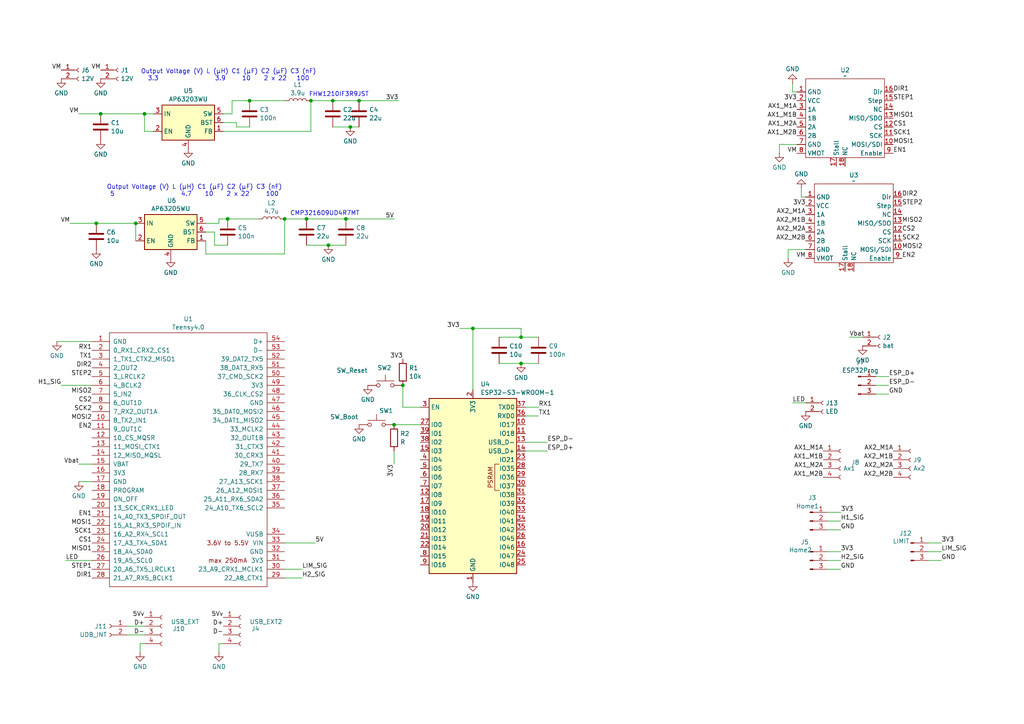
<source format=kicad_sch>
(kicad_sch (version 20231120) (generator "eeschema") (generator_version "8.0")
  (paper "A4")
  (title_block (title "Open Harmony Mount Controller") (date "2025-06-13") (rev "0") (company "gcoreos@gmail.com"))
  (lib_symbols
    (symbol "Connector:Conn_01x02_Socket" (pin_names (offset 1.016) hide)
      (property "Reference" "J" (at 0 2.54 0))
      (property "Value" "Conn_01x02_Socket" (at 0 -5.08 0))
      (symbol "Conn_01x02_Socket_1_1"
        (arc (start 0 -2.032) (mid -0.5058 -2.54) (end 0 -3.048) (stroke (width 0.1524)))
        (polyline (pts (xy -1.27 -2.54) (xy -0.508 -2.54)) (stroke (width 0.1524)))
        (polyline (pts (xy -1.27 0) (xy -0.508 0)) (stroke (width 0.1524)))
        (arc (start 0 0.508) (mid -0.5058 0) (end 0 -0.508) (stroke (width 0.1524)))
        (pin passive line (at -5.08 0 0) (length 3.81) (name "Pin_1") (number "1"))
        (pin passive line (at -5.08 -2.54 0) (length 3.81) (name "Pin_2") (number "2"))
      )
    )
    (symbol "Connector:Conn_01x03_Pin" (pin_names (offset 1.016) hide)
      (property "Reference" "J" (at 0 5.08 0))
      (property "Value" "Conn_01x03_Pin" (at 0 -5.08 0))
      (symbol "Conn_01x03_Pin_1_1"
        (polyline (pts (xy 1.27 -2.54) (xy 0.8636 -2.54)) (stroke (width 0.1524)))
        (polyline (pts (xy 1.27 0) (xy 0.8636 0)) (stroke (width 0.1524)))
        (polyline (pts (xy 1.27 2.54) (xy 0.8636 2.54)) (stroke (width 0.1524)))
        (rectangle (start 0.8636 -2.413) (end 0 -2.667) (stroke (width 0.1524)) (fill (type outline)))
        (rectangle (start 0.8636 0.127) (end 0 -0.127) (stroke (width 0.1524)) (fill (type outline)))
        (rectangle (start 0.8636 2.667) (end 0 2.413) (stroke (width 0.1524)) (fill (type outline)))
        (pin passive line (at 5.08 2.54 180) (length 3.81) (name "Pin_1") (number "1"))
        (pin passive line (at 5.08 0 180) (length 3.81) (name "Pin_2") (number "2"))
        (pin passive line (at 5.08 -2.54 180) (length 3.81) (name "Pin_3") (number "3"))
      )
    )
    (symbol "Connector:Conn_01x04_Socket" (pin_names (offset 1.016) hide)
      (property "Reference" "J" (at 0 5.08 0))
      (property "Value" "Conn_01x04_Socket" (at 0 -7.62 0))
      (symbol "Conn_01x04_Socket_1_1"
        (arc (start 0 -4.572) (mid -0.5058 -5.08) (end 0 -5.588) (stroke (width 0.1524)))
        (arc (start 0 -2.032) (mid -0.5058 -2.54) (end 0 -3.048) (stroke (width 0.1524)))
        (polyline (pts (xy -1.27 -5.08) (xy -0.508 -5.08)) (stroke (width 0.1524)))
        (polyline (pts (xy -1.27 -2.54) (xy -0.508 -2.54)) (stroke (width 0.1524)))
        (polyline (pts (xy -1.27 0) (xy -0.508 0)) (stroke (width 0.1524)))
        (polyline (pts (xy -1.27 2.54) (xy -0.508 2.54)) (stroke (width 0.1524)))
        (arc (start 0 0.508) (mid -0.5058 0) (end 0 -0.508) (stroke (width 0.1524)))
        (arc (start 0 3.048) (mid -0.5058 2.54) (end 0 2.032) (stroke (width 0.1524)))
        (pin passive line (at -5.08 2.54 0) (length 3.81) (name "Pin_1") (number "1"))
        (pin passive line (at -5.08 0 0) (length 3.81) (name "Pin_2") (number "2"))
        (pin passive line (at -5.08 -2.54 0) (length 3.81) (name "Pin_3") (number "3"))
        (pin passive line (at -5.08 -5.08 0) (length 3.81) (name "Pin_4") (number "4"))
      )
    )
    (symbol "Device:C" (pin_numbers hide) (pin_names (offset 0.254))
      (property "Reference" "C" (at 0.635 2.54 0))
      (property "Value" "C" (at 0.635 -2.54 0))
      (symbol "C_0_1"
        (polyline (pts (xy -2.032 -0.762) (xy 2.032 -0.762)) (stroke (width 0.508)))
        (polyline (pts (xy -2.032 0.762) (xy 2.032 0.762)) (stroke (width 0.508)))
      )
      (symbol "C_1_1"
        (pin passive line (at 0 3.81 270) (length 2.794) (name "~") (number "1"))
        (pin passive line (at 0 -3.81 90) (length 2.794) (name "~") (number "2"))
      )
    )
    (symbol "Device:L" (pin_numbers hide) (pin_names (offset 1.016) hide)
      (property "Reference" "L" (at -1.27 0 90))
      (property "Value" "L" (at 1.905 0 90))
      (symbol "L_0_1"
        (arc (start 0 -2.54) (mid 0.6323 -1.905) (end 0 -1.27))
        (arc (start 0 -1.27) (mid 0.6323 -0.635) (end 0 0))
        (arc (start 0 0) (mid 0.6323 0.635) (end 0 1.27))
        (arc (start 0 1.27) (mid 0.6323 1.905) (end 0 2.54))
      )
      (symbol "L_1_1"
        (pin passive line (at 0 3.81 270) (length 1.27) (name "1") (number "1"))
        (pin passive line (at 0 -3.81 90) (length 1.27) (name "2") (number "2"))
      )
    )
    (symbol "Device:R" (pin_numbers hide) (pin_names (offset 0))
      (property "Reference" "R" (at 2.032 0 90))
      (property "Value" "R" (at 0 0 90))
      (symbol "R_0_1"
        (rectangle (start -1.016 -2.54) (end 1.016 2.54) (stroke (width 0.254)))
      )
      (symbol "R_1_1"
        (pin passive line (at 0 3.81 270) (length 1.27) (name "~") (number "1"))
        (pin passive line (at 0 -3.81 90) (length 1.27) (name "~") (number "2"))
      )
    )
    (symbol "RF_Module:ESP32-S3-WROOM-1"
      (property "Reference" "U" (at -12.7 26.67 0))
      (property "Value" "ESP32-S3-WROOM-1" (at 12.7 26.67 0))
      (symbol "ESP32-S3-WROOM-1_0_0"
        (rectangle (start -12.7 25.4) (end 12.7 -25.4) (stroke (width 0.254)) (fill (type background)))
        (text "PSRAM" (at 5.08 2.54 900) (effects (font (size 1.27 1.27))))
      )
      (symbol "ESP32-S3-WROOM-1_0_1"
        (polyline (pts (xy 7.62 -1.27) (xy 6.35 -1.27) (xy 6.35 6.35) (xy 7.62 6.35)))
      )
      (symbol "ESP32-S3-WROOM-1_1_1"
        (pin power_in line (at 0 -27.94 90) (length 2.54) (name "GND") (number "1"))
        (pin bidirectional line (at 15.24 17.78 180) (length 2.54) (name "IO17") (number "10"))
        (pin bidirectional line (at 15.24 15.24 180) (length 2.54) (name "IO18") (number "11"))
        (pin bidirectional line (at -15.24 -2.54 0) (length 2.54) (name "IO8") (number "12"))
        (pin bidirectional line (at 15.24 12.7 180) (length 2.54) (name "USB_D-") (number "13"))
        (pin bidirectional line (at 15.24 10.16 180) (length 2.54) (name "USB_D+") (number "14"))
        (pin bidirectional line (at -15.24 10.16 0) (length 2.54) (name "IO3") (number "15"))
        (pin bidirectional line (at 15.24 -17.78 180) (length 2.54) (name "IO46") (number "16"))
        (pin bidirectional line (at -15.24 -5.08 0) (length 2.54) (name "IO9") (number "17"))
        (pin bidirectional line (at -15.24 -7.62 0) (length 2.54) (name "IO10") (number "18"))
        (pin bidirectional line (at -15.24 -10.16 0) (length 2.54) (name "IO11") (number "19"))
        (pin power_in line (at 0 27.94 270) (length 2.54) (name "3V3") (number "2"))
        (pin bidirectional line (at -15.24 -12.7 0) (length 2.54) (name "IO12") (number "20"))
        (pin bidirectional line (at -15.24 -15.24 0) (length 2.54) (name "IO13") (number "21"))
        (pin bidirectional line (at -15.24 -17.78 0) (length 2.54) (name "IO14") (number "22"))
        (pin bidirectional line (at 15.24 7.62 180) (length 2.54) (name "IO21") (number "23"))
        (pin bidirectional line (at 15.24 -20.32 180) (length 2.54) (name "IO47") (number "24"))
        (pin bidirectional line (at 15.24 -22.86 180) (length 2.54) (name "IO48") (number "25"))
        (pin bidirectional line (at 15.24 -15.24 180) (length 2.54) (name "IO45") (number "26"))
        (pin bidirectional line (at -15.24 17.78 0) (length 2.54) (name "IO0") (number "27"))
        (pin bidirectional line (at 15.24 5.08 180) (length 2.54) (name "IO35") (number "28"))
        (pin bidirectional line (at 15.24 2.54 180) (length 2.54) (name "IO36") (number "29"))
        (pin input line (at -15.24 22.86 0) (length 2.54) (name "EN") (number "3"))
        (pin bidirectional line (at 15.24 0 180) (length 2.54) (name "IO37") (number "30"))
        (pin bidirectional line (at 15.24 -2.54 180) (length 2.54) (name "IO38") (number "31"))
        (pin bidirectional line (at 15.24 -5.08 180) (length 2.54) (name "IO39") (number "32"))
        (pin bidirectional line (at 15.24 -7.62 180) (length 2.54) (name "IO40") (number "33"))
        (pin bidirectional line (at 15.24 -10.16 180) (length 2.54) (name "IO41") (number "34"))
        (pin bidirectional line (at 15.24 -12.7 180) (length 2.54) (name "IO42") (number "35"))
        (pin bidirectional line (at 15.24 20.32 180) (length 2.54) (name "RXD0") (number "36"))
        (pin bidirectional line (at 15.24 22.86 180) (length 2.54) (name "TXD0") (number "37"))
        (pin bidirectional line (at -15.24 12.7 0) (length 2.54) (name "IO2") (number "38"))
        (pin bidirectional line (at -15.24 15.24 0) (length 2.54) (name "IO1") (number "39"))
        (pin bidirectional line (at -15.24 7.62 0) (length 2.54) (name "IO4") (number "4"))
        (pin passive line (at 0 -27.94 90) (length 2.54) hide (name "GND") (number "40"))
        (pin passive line (at 0 -27.94 90) (length 2.54) hide (name "GND") (number "41"))
        (pin bidirectional line (at -15.24 5.08 0) (length 2.54) (name "IO5") (number "5"))
        (pin bidirectional line (at -15.24 2.54 0) (length 2.54) (name "IO6") (number "6"))
        (pin bidirectional line (at -15.24 0 0) (length 2.54) (name "IO7") (number "7"))
        (pin bidirectional line (at -15.24 -20.32 0) (length 2.54) (name "IO15") (number "8"))
        (pin bidirectional line (at -15.24 -22.86 0) (length 2.54) (name "IO16") (number "9"))
      )
    )
    (symbol "Regulator_Switching:AP63203WU"
      (property "Reference" "U" (at -7.62 6.35 0))
      (property "Value" "AP63203WU" (at 2.54 6.35 0))
      (symbol "AP63203WU_0_1"
        (rectangle (start -7.62 5.08) (end 7.62 -5.08) (stroke (width 0.254)) (fill (type background)))
      )
      (symbol "AP63203WU_1_1"
        (pin input line (at 10.16 -2.54 180) (length 2.54) (name "FB") (number "1"))
        (pin input line (at -10.16 -2.54 0) (length 2.54) (name "EN") (number "2"))
        (pin power_in line (at -10.16 2.54 0) (length 2.54) (name "IN") (number "3"))
        (pin power_in line (at 0 -7.62 90) (length 2.54) (name "GND") (number "4"))
        (pin output line (at 10.16 2.54 180) (length 2.54) (name "SW") (number "5"))
        (pin passive line (at 10.16 0 180) (length 2.54) (name "BST") (number "6"))
      )
    )
    (symbol "Regulator_Switching:AP63205WU"
      (property "Reference" "U" (at -7.62 6.35 0))
      (property "Value" "AP63205WU" (at 2.54 6.35 0))
      (symbol "AP63205WU_0_1"
        (rectangle (start -7.62 5.08) (end 7.62 -5.08) (stroke (width 0.254)) (fill (type background)))
      )
      (symbol "AP63205WU_1_1"
        (pin input line (at 10.16 -2.54 180) (length 2.54) (name "FB") (number "1"))
        (pin input line (at -10.16 -2.54 0) (length 2.54) (name "EN") (number "2"))
        (pin power_in line (at -10.16 2.54 0) (length 2.54) (name "IN") (number "3"))
        (pin power_in line (at 0 -7.62 90) (length 2.54) (name "GND") (number "4"))
        (pin output line (at 10.16 2.54 180) (length 2.54) (name "SW") (number "5"))
        (pin passive line (at 10.16 0 180) (length 2.54) (name "BST") (number "6"))
      )
    )
    (symbol "Switch:SW_Push" (pin_numbers hide) (pin_names (offset 1.016) hide)
      (property "Reference" "SW" (at 1.27 2.54 0))
      (property "Value" "SW_Push" (at 0 -1.524 0))
      (symbol "SW_Push_0_1"
        (circle (center -2.032 0) (radius 0.508))
        (polyline (pts (xy 0 1.27) (xy 0 3.048)))
        (polyline (pts (xy 2.54 1.27) (xy -2.54 1.27)))
        (circle (center 2.032 0) (radius 0.508))
        (pin passive line (at -5.08 0 0) (length 2.54) (name "1") (number "1"))
        (pin passive line (at 5.08 0 180) (length 2.54) (name "2") (number "2"))
      )
    )
    (symbol "power:GND" (power) (pin_numbers hide) (pin_names (offset 0) hide)
      (property "Value" "GND" (at 0 -3.81 0))
      (symbol "GND_0_1"
        (polyline (pts (xy 0 0) (xy 0 -1.27) (xy 1.27 -1.27) (xy 0 -2.54) (xy -1.27 -1.27) (xy 0 -1.27)))
      )
      (symbol "GND_1_1"
        (pin power_in line (at 0 0 270) (length 0) (name "~") (number "1"))
      )
    )
    (symbol "teensy:Teensy4.0" (pin_names (offset 1.016))
      (property "Reference" "U" (at 0 39.37 0))
      (property "Value" "Teensy4.0" (at 0 -39.37 0))
      (symbol "Teensy4.0_0_0"
        (text "3.6V to 5.5V" (at 11.43 -24.13 0) (effects (font (size 1.27 1.27))))
        (text "max 250mA" (at 11.43 -29.21 0) (effects (font (size 1.27 1.27))))
        (pin bidirectional line (at -27.94 11.43 0) (length 5.08) (name "8_TX2_IN1") (number "10"))
        (pin bidirectional line (at -27.94 8.89 0) (length 5.08) (name "9_OUT1C") (number "11"))
        (pin bidirectional line (at -27.94 6.35 0) (length 5.08) (name "10_CS_MQSR") (number "12"))
        (pin bidirectional line (at -27.94 3.81 0) (length 5.08) (name "11_MOSI_CTX1") (number "13"))
        (pin bidirectional line (at -27.94 1.27 0) (length 5.08) (name "12_MISO_MQSL") (number "14"))
        (pin power_in line (at -27.94 -1.27 0) (length 5.08) (name "VBAT") (number "15"))
        (pin power_in line (at -27.94 -3.81 0) (length 5.08) (name "3V3") (number "16"))
        (pin power_in line (at -27.94 -6.35 0) (length 5.08) (name "GND") (number "17"))
        (pin input line (at -27.94 -8.89 0) (length 5.08) (name "PROGRAM") (number "18"))
        (pin input line (at -27.94 -11.43 0) (length 5.08) (name "ON_OFF") (number "19"))
        (pin bidirectional line (at -27.94 -13.97 0) (length 5.08) (name "13_SCK_CRX1_LED") (number "20"))
        (pin bidirectional line (at -27.94 -16.51 0) (length 5.08) (name "14_A0_TX3_SPDIF_OUT") (number "21"))
        (pin bidirectional line (at -27.94 -19.05 0) (length 5.08) (name "15_A1_RX3_SPDIF_IN") (number "22"))
        (pin bidirectional line (at -27.94 -21.59 0) (length 5.08) (name "16_A2_RX4_SCL1") (number "23"))
        (pin bidirectional line (at -27.94 -24.13 0) (length 5.08) (name "17_A3_TX4_SDA1") (number "24"))
        (pin bidirectional line (at -27.94 -26.67 0) (length 5.08) (name "18_A4_SDA0") (number "25"))
        (pin bidirectional line (at -27.94 -29.21 0) (length 5.08) (name "19_A5_SCL0") (number "26"))
        (pin bidirectional line (at -27.94 -31.75 0) (length 5.08) (name "20_A6_TX5_LRCLK1") (number "27"))
        (pin bidirectional line (at -27.94 -34.29 0) (length 5.08) (name "21_A7_RX5_BCLK1") (number "28"))
        (pin bidirectional line (at 27.94 -34.29 180) (length 5.08) (name "22_A8_CTX1") (number "29"))
        (pin bidirectional line (at 27.94 -31.75 180) (length 5.08) (name "23_A9_CRX1_MCLK1") (number "30"))
        (pin power_out line (at 27.94 -29.21 180) (length 5.08) (name "3V3") (number "31"))
        (pin power_in line (at 27.94 -26.67 180) (length 5.08) (name "GND") (number "32"))
        (pin power_in line (at 27.94 -24.13 180) (length 5.08) (name "VIN") (number "33"))
        (pin power_out line (at 27.94 -21.59 180) (length 5.08) (name "VUSB") (number "34"))
        (pin bidirectional line (at 27.94 -13.97 180) (length 5.08) (name "24_A10_TX6_SCL2") (number "35"))
        (pin bidirectional line (at 27.94 -11.43 180) (length 5.08) (name "25_A11_RX6_SDA2") (number "36"))
        (pin bidirectional line (at 27.94 -8.89 180) (length 5.08) (name "26_A12_MOSI1") (number "37"))
        (pin bidirectional line (at 27.94 -6.35 180) (length 5.08) (name "27_A13_SCK1") (number "38"))
        (pin bidirectional line (at 27.94 -3.81 180) (length 5.08) (name "28_RX7") (number "39"))
        (pin bidirectional line (at 27.94 -1.27 180) (length 5.08) (name "29_TX7") (number "40"))
        (pin bidirectional line (at 27.94 1.27 180) (length 5.08) (name "30_CRX3") (number "41"))
        (pin bidirectional line (at 27.94 3.81 180) (length 5.08) (name "31_CTX3") (number "42"))
        (pin bidirectional line (at 27.94 6.35 180) (length 5.08) (name "32_OUT1B") (number "43"))
        (pin bidirectional line (at 27.94 8.89 180) (length 5.08) (name "33_MCLK2") (number "44"))
        (pin bidirectional line (at 27.94 11.43 180) (length 5.08) (name "34_DAT1_MISO2") (number "45"))
        (pin bidirectional line (at 27.94 13.97 180) (length 5.08) (name "35_DAT0_MOSI2") (number "46"))
        (pin power_out line (at 27.94 16.51 180) (length 5.08) (name "GND") (number "47"))
        (pin bidirectional line (at 27.94 19.05 180) (length 5.08) (name "36_CLK_CS2") (number "48"))
        (pin power_out line (at 27.94 21.59 180) (length 5.08) (name "3V3") (number "49"))
        (pin bidirectional line (at -27.94 24.13 0) (length 5.08) (name "3_LRCLK2") (number "5"))
        (pin bidirectional line (at 27.94 24.13 180) (length 5.08) (name "37_CMD_SCK2") (number "50"))
        (pin bidirectional line (at 27.94 26.67 180) (length 5.08) (name "38_DAT3_RX5") (number "51"))
        (pin bidirectional line (at 27.94 29.21 180) (length 5.08) (name "39_DAT2_TX5") (number "52"))
        (pin bidirectional line (at 27.94 31.75 180) (length 5.08) (name "D-") (number "53"))
        (pin bidirectional line (at 27.94 34.29 180) (length 5.08) (name "D+") (number "54"))
        (pin bidirectional line (at -27.94 21.59 0) (length 5.08) (name "4_BCLK2") (number "6"))
        (pin bidirectional line (at -27.94 19.05 0) (length 5.08) (name "5_IN2") (number "7"))
        (pin bidirectional line (at -27.94 16.51 0) (length 5.08) (name "6_OUT1D") (number "8"))
        (pin bidirectional line (at -27.94 13.97 0) (length 5.08) (name "7_RX2_OUT1A") (number "9"))
      )
      (symbol "Teensy4.0_0_1"
        (rectangle (start -22.86 36.83) (end 22.86 -36.83))
        (rectangle (start -20.32 -31.75) (end -20.32 -31.75))
      )
      (symbol "Teensy4.0_1_1"
        (pin power_in line (at -27.94 34.29 0) (length 5.08) (name "GND") (number "1"))
        (pin bidirectional line (at -27.94 31.75 0) (length 5.08) (name "0_RX1_CRX2_CS1") (number "2"))
        (pin bidirectional line (at -27.94 29.21 0) (length 5.08) (name "1_TX1_CTX2_MISO1") (number "3"))
        (pin bidirectional line (at -27.94 26.67 0) (length 5.08) (name "2_OUT2") (number "4"))
      )
    )
    (symbol "tmcLib:TMC2130Stick"
      (property "Reference" "U" (at 0.762 14.478 0))
      (symbol "TMC2130Stick_0_1"
        (rectangle (start -10.16 12.7) (end 12.7 -10.16))
      )
      (symbol "TMC2130Stick_1_1"
        (pin input line (at -12.7 8.89 0) (length 2.54) (name "GND") (number "1"))
        (pin input line (at 15.24 -6.35 180) (length 2.54) (name "MOSI/SDI") (number "10"))
        (pin input line (at 15.24 -3.81 180) (length 2.54) (name "SCK") (number "11"))
        (pin input line (at 15.24 -1.27 180) (length 2.54) (name "CS") (number "12"))
        (pin input line (at 15.24 1.27 180) (length 2.54) (name "MISO/SDO") (number "13"))
        (pin input line (at 15.24 3.81 180) (length 2.54) (name "NC") (number "14"))
        (pin input line (at 15.24 6.35 180) (length 2.54) (name "Step") (number "15"))
        (pin input line (at 15.24 8.89 180) (length 2.54) (name "Dir") (number "16"))
        (pin input line (at -1.27 -12.7 90) (length 2.54) (name "Stall") (number "17"))
        (pin input line (at 1.27 -12.7 90) (length 2.54) (name "NC") (number "18"))
        (pin input line (at -12.7 6.35 0) (length 2.54) (name "VCC") (number "2"))
        (pin input line (at -12.7 3.81 0) (length 2.54) (name "1A") (number "3"))
        (pin input line (at -12.7 1.27 0) (length 2.54) (name "1B") (number "4"))
        (pin input line (at -12.7 -1.27 0) (length 2.54) (name "2A") (number "5"))
        (pin input line (at -12.7 -3.81 0) (length 2.54) (name "2B") (number "6"))
        (pin input line (at -12.7 -6.35 0) (length 2.54) (name "GND") (number "7"))
        (pin input line (at -12.7 -8.89 0) (length 2.54) (name "VMOT") (number "8"))
        (pin input line (at 15.24 -8.89 180) (length 2.54) (name "Enable") (number "9"))
      )
    )
  )
  (junction (at 151.13 97.79))
  (junction (at 29.21 33.02))
  (junction (at 90.17 29.21))
  (junction (at 72.39 29.21))
  (junction (at 96.52 29.21))
  (junction (at 137.16 95.25))
  (junction (at 101.6 36.83))
  (junction (at 151.13 105.41))
  (junction (at 27.94 64.77))
  (junction (at 104.14 29.21))
  (junction (at 66.04 63.5))
  (junction (at 82.55 63.5))
  (junction (at 41.91 33.02))
  (junction (at 114.3 123.19))
  (junction (at 88.9 63.5))
  (junction (at 39.37 64.77))
  (junction (at 95.25 71.12))
  (junction (at 100.33 63.5))
  (junction (at 116.84 111.76))
  (wire (pts (xy 229.87 26.67) (xy 229.87 24.13)))
  (wire (pts (xy 240.03 153.67) (xy 243.84 153.67)))
  (wire (pts (xy 227.33 41.8698) (xy 226.06 41.8698)))
  (wire (pts (xy 39.37 64.77) (xy 39.37 69.85)))
  (wire (pts (xy 116.84 111.76) (xy 116.84 118.11)))
  (wire (pts (xy 233.68 57.15) (xy 232.41 57.15)))
  (wire (pts (xy 254 111.76) (xy 257.81 111.76)))
  (wire (pts (xy 88.9 63.5) (xy 100.33 63.5)))
  (wire (pts (xy 36.83 181.61) (xy 41.91 181.61)))
  (wire (pts (xy 44.45 38.1) (xy 41.91 38.1)))
  (wire (pts (xy 152.4 120.65) (xy 156.21 120.65)))
  (wire (pts (xy 36.83 184.15) (xy 41.91 184.15)))
  (wire (pts (xy 29.21 33.02) (xy 41.91 33.02)))
  (wire (pts (xy 95.25 71.12) (xy 100.33 71.12)))
  (wire (pts (xy 90.17 29.21) (xy 90.17 38.1)))
  (wire (pts (xy 229.87 116.84) (xy 233.68 116.84)))
  (wire (pts (xy 64.77 186.69) (xy 63.5 186.69)))
  (wire (pts (xy 114.3 123.19) (xy 121.92 123.19)))
  (wire (pts (xy 64.77 38.1) (xy 90.17 38.1)))
  (wire (pts (xy 17.78 111.76) (xy 26.67 111.76)))
  (wire (pts (xy 144.78 97.79) (xy 151.13 97.79)))
  (wire (pts (xy 228.6 72.39) (xy 233.68 72.39)))
  (wire (pts (xy 226.06 41.8698) (xy 226.06 44.4098)))
  (wire (pts (xy 68.58 36.83) (xy 68.58 35.56)))
  (wire (pts (xy 137.16 95.25) (xy 137.16 113.03)))
  (wire (pts (xy 20.32 64.77) (xy 27.94 64.77)))
  (wire (pts (xy 104.14 29.21) (xy 115.57 29.21)))
  (wire (pts (xy 41.91 38.1) (xy 41.91 33.02)))
  (wire (pts (xy 66.04 63.5) (xy 74.93 63.5)))
  (wire (pts (xy 152.4 130.81) (xy 158.75 130.81)))
  (wire (pts (xy 254 114.3) (xy 257.81 114.3)))
  (wire (pts (xy 59.69 64.77) (xy 63.5 64.77)))
  (wire (pts (xy 137.16 95.25) (xy 151.13 95.25)))
  (wire (pts (xy 68.58 35.56) (xy 64.77 35.56)))
  (wire (pts (xy 254 109.22) (xy 257.81 109.22)))
  (wire (pts (xy 19.05 162.56) (xy 26.67 162.56)))
  (wire (pts (xy 151.13 105.41) (xy 156.21 105.41)))
  (wire (pts (xy 62.23 67.31) (xy 59.69 67.31)))
  (wire (pts (xy 82.55 157.48) (xy 91.44 157.48)))
  (wire (pts (xy 22.86 134.62) (xy 26.67 134.62)))
  (wire (pts (xy 41.91 186.69) (xy 40.64 186.69)))
  (wire (pts (xy 232.41 57.15) (xy 232.41 54.61)))
  (wire (pts (xy 240.03 165.1) (xy 243.84 165.1)))
  (wire (pts (xy 100.33 63.5) (xy 114.3 63.5)))
  (wire (pts (xy 41.91 33.02) (xy 44.45 33.02)))
  (wire (pts (xy 133.35 95.25) (xy 137.16 95.25)))
  (wire (pts (xy 40.64 186.69) (xy 40.64 189.23)))
  (wire (pts (xy 63.5 186.69) (xy 63.5 189.23)))
  (wire (pts (xy 240.03 162.56) (xy 243.84 162.56)))
  (wire (pts (xy 59.69 69.85) (xy 59.69 73.66)))
  (wire (pts (xy 114.3 134.62) (xy 114.3 130.81)))
  (wire (pts (xy 246.38 97.79) (xy 250.19 97.79)))
  (wire (pts (xy 240.03 160.02) (xy 243.84 160.02)))
  (wire (pts (xy 72.39 29.21) (xy 82.55 29.21)))
  (wire (pts (xy 63.5 64.77) (xy 63.5 63.5)))
  (wire (pts (xy 88.9 71.12) (xy 95.25 71.12)))
  (wire (pts (xy 144.78 105.41) (xy 151.13 105.41)))
  (wire (pts (xy 64.77 33.02) (xy 67.31 33.02)))
  (wire (pts (xy 22.86 139.7) (xy 26.67 139.7)))
  (wire (pts (xy 90.17 29.21) (xy 96.52 29.21)))
  (wire (pts (xy 269.24 162.56) (xy 273.05 162.56)))
  (wire (pts (xy 96.52 36.83) (xy 101.6 36.83)))
  (wire (pts (xy 96.52 29.21) (xy 104.14 29.21)))
  (wire (pts (xy 82.55 73.66) (xy 82.55 63.5)))
  (wire (pts (xy 67.31 33.02) (xy 67.31 29.21)))
  (wire (pts (xy 82.55 165.1) (xy 87.63 165.1)))
  (wire (pts (xy 228.6 72.39) (xy 228.6 74.93)))
  (wire (pts (xy 269.24 160.02) (xy 273.05 160.02)))
  (wire (pts (xy 152.4 118.11) (xy 156.21 118.11)))
  (wire (pts (xy 82.55 63.5) (xy 88.9 63.5)))
  (wire (pts (xy 151.13 97.79) (xy 156.21 97.79)))
  (wire (pts (xy 59.69 73.66) (xy 82.55 73.66)))
  (wire (pts (xy 227.33 41.91) (xy 231.14 41.91)))
  (wire (pts (xy 72.39 36.83) (xy 68.58 36.83)))
  (wire (pts (xy 121.92 118.11) (xy 116.84 118.11)))
  (wire (pts (xy 22.86 33.02) (xy 29.21 33.02)))
  (wire (pts (xy 240.03 151.13) (xy 243.84 151.13)))
  (wire (pts (xy 152.4 128.27) (xy 158.75 128.27)))
  (wire (pts (xy 231.14 26.67) (xy 229.87 26.67)))
  (wire (pts (xy 62.23 71.12) (xy 62.23 67.31)))
  (wire (pts (xy 66.04 71.12) (xy 62.23 71.12)))
  (wire (pts (xy 82.55 167.64) (xy 87.63 167.64)))
  (wire (pts (xy 269.24 157.48) (xy 273.05 157.48)))
  (wire (pts (xy 67.31 29.21) (xy 72.39 29.21)))
  (wire (pts (xy 240.03 148.59) (xy 243.84 148.59)))
  (wire (pts (xy 16.51 99.06) (xy 26.67 99.06)))
  (wire (pts (xy 101.6 36.83) (xy 104.14 36.83)))
  (wire (pts (xy 151.13 95.25) (xy 151.13 97.79)))
  (wire (pts (xy 63.5 63.5) (xy 66.04 63.5)))
  (wire (pts (xy 27.94 64.77) (xy 39.37 64.77)))
  (text "\nFHW1210IF3R9JST\n" (at 98.298 26.416 0) (effects (font (size 1.27 1.27))))
  (text "" (at 32.512 49.276 0) (effects (font (size 1.27 1.27))))
  (text "Output Voltage (V) L (µH) C1 (µF) C2 (µF) C3 (nF)\n3.3                 3.9     10    2 x 22   100" (at 66.294 21.844 0) (effects (font (size 1.27 1.27))))
  (text "Output Voltage (V) L (µH) C1 (µF) C2 (µF) C3 (nF)\n5                    4.7    10    2 x 22     100" (at 56.388 55.372 0) (effects (font (size 1.27 1.27))))
  (text "CMP321609UD4R7MT" (at 94.234 61.976 0) (effects (font (size 1.27 1.27))))
  (text "" (at 32.512 54.356 0) (effects (font (size 1.27 1.27))))
  (label "ESP_D+" (at 158.75 130.81 0))
  (label "TX1" (at 26.67 104.14 180))
  (label "AX1_M2A" (at 238.76 135.89 180))
  (label "DIR1" (at 259.08 26.67 0))
  (label "EN1" (at 26.67 149.86 180))
  (label "5V" (at 114.3 63.5 180))
  (label "VM" (at 17.78 20.32 180))
  (label "5Vv" (at 41.91 179.07 180))
  (label "LIM_SIG" (at 87.63 165.1 0))
  (label "ESP_D-" (at 158.75 128.27 0))
  (label "Vbat" (at 246.38 97.79 0))
  (label "3V3" (at 133.35 95.25 180))
  (label "3V3" (at 233.68 59.69 180))
  (label "DIR2" (at 261.62 57.15 0))
  (label "AX2_M2B" (at 259.08 138.43 180))
  (label "STEP1" (at 26.67 165.1 180))
  (label "MOSI1" (at 259.08 41.91 0))
  (label "VM" (at 20.32 64.77 180))
  (label "SCK1" (at 259.08 39.37 0))
  (label "3V3" (at 243.84 160.02 0))
  (label "D-" (at 64.77 184.15 180))
  (label "AX2_M1A" (at 259.08 130.81 180))
  (label "DIR2" (at 26.67 106.68 180))
  (label "LED" (at 229.87 116.84 0))
  (label "H1_SIG" (at 243.84 151.13 0))
  (label "3V3" (at 115.57 29.21 180))
  (label "3V3" (at 114.3 134.62 270))
  (label "3V3" (at 231.14 29.21 180))
  (label "MOSI2" (at 261.62 72.39 0))
  (label "3V3" (at 243.84 148.59 0))
  (label "ESP_D-" (at 257.81 111.76 0))
  (label "MISO1" (at 26.67 160.02 180))
  (label "H2_SIG" (at 87.63 167.64 0))
  (label "RX1" (at 156.21 118.11 0))
  (label "MOSI2" (at 26.67 121.92 180))
  (label "GND" (at 257.81 114.3 0))
  (label "AX2_M1B" (at 259.08 133.35 180))
  (label "5V" (at 91.44 157.48 0))
  (label "SCK1" (at 26.67 154.94 180))
  (label "AX1_M2B" (at 231.14 39.37 180))
  (label "MISO2" (at 26.67 114.3 180))
  (label "CS2" (at 26.67 116.84 180))
  (label "AX2_M1A" (at 233.68 62.23 180))
  (label "D+" (at 64.77 181.61 180))
  (label "RX1" (at 26.67 101.6 180))
  (label "SCK2" (at 261.62 69.85 0))
  (label "AX1_M1A" (at 231.14 31.75 180))
  (label "TX1" (at 156.21 120.65 0))
  (label "CS1" (at 259.08 36.83 0))
  (label "ESP_D+" (at 257.81 109.22 0))
  (label "MISO1" (at 259.08 34.29 0))
  (label "GND" (at 243.84 165.1 0))
  (label "CS1" (at 26.67 157.48 180))
  (label "AX2_M2A" (at 259.08 135.89 180))
  (label "EN2" (at 261.62 74.93 0))
  (label "STEP2" (at 26.67 109.22 180))
  (label "SCK2" (at 26.67 119.38 180))
  (label "STEP2" (at 261.62 59.69 0))
  (label "AX1_M2A" (at 231.14 36.83 180))
  (label "AX1_M1A" (at 238.76 130.81 180))
  (label "AX1_M1B" (at 238.76 133.35 180))
  (label "VM" (at 29.21 20.32 180))
  (label "D-" (at 41.91 184.15 180))
  (label "D+" (at 41.91 181.61 180))
  (label "VM" (at 22.86 33.02 180))
  (label "H1_SIG" (at 17.78 111.76 180))
  (label "LIM_SIG" (at 273.05 160.02 0))
  (label "GND" (at 273.05 162.56 0))
  (label "AX1_M1B" (at 231.14 34.29 180))
  (label "DIR1" (at 26.67 167.64 180))
  (label "3V3" (at 116.84 104.14 180))
  (label "STEP1" (at 259.08 29.21 0))
  (label "EN1" (at 259.08 44.45 0))
  (label "AX2_M1B" (at 233.68 64.77 180))
  (label "LED" (at 19.05 162.56 0))
  (label "EN2" (at 26.67 124.46 180))
  (label "5Vv" (at 64.77 179.07 180))
  (label "VM" (at 231.14 44.45 180))
  (label "AX2_M2B" (at 233.68 69.85 180))
  (label "H2_SIG" (at 243.84 162.56 0))
  (label "VM" (at 233.68 74.93 180))
  (label "3V3" (at 273.05 157.48 0))
  (label "AX1_M2B" (at 238.76 138.43 180))
  (label "MOSI1" (at 26.67 152.4 180))
  (label "AX2_M2A" (at 233.68 67.31 180))
  (label "MISO2" (at 261.62 64.77 0))
  (label "Vbat" (at 22.86 134.62 180))
  (label "GND" (at 243.84 153.67 0))
  (label "CS2" (at 261.62 67.31 0))
  (symbol (lib_id "Connector:Conn_01x02_Socket") (at 34.29 20.32 0) (unit 1)
    (property "Reference" "J1" (at 35.0012 20.3778 0) (effects (justify left)))
    (property "Value" "12V" (at 35.0012 22.8021 0) (effects (justify left)))
    (property "Footprint" "Connector_JST:JST_XH_B2B-XH-A_1x02_P2.50mm_Vertical" (effects (hide yes)))
    (property "Description" "Generic connector, single row, 01x02, script generated" (effects (hide yes)))
  )
  (symbol (lib_id "power:GND") (at 27.94 72.39 0) (unit 1)
    (property "Reference" "#PWR18" (effects (hide yes)))
    (property "Value" "GND" (at 27.94 76.5231 0))
    (property "Description" "Power symbol creates a global label with name \"GND\" , ground" (effects (hide yes)))
  )
  (symbol (lib_id "Connector:Conn_01x02_Socket") (at 22.86 20.32 0) (unit 1)
    (property "Reference" "J6" (at 23.5712 20.3778 0) (effects (justify left)))
    (property "Value" "12V" (at 23.5712 22.8021 0) (effects (justify left)))
    (property "Footprint" "Connector_JST:JST_XH_B2B-XH-A_1x02_P2.50mm_Vertical" (effects (hide yes)))
    (property "Description" "Generic connector, single row, 01x02, script generated" (effects (hide yes)))
  )
  (symbol (lib_id "power:GND") (at 104.14 123.19 0) (unit 1)
    (property "Reference" "#PWR11" (effects (hide yes)))
    (property "Value" "GND" (at 104.14 127.3231 0))
    (property "Description" "Power symbol creates a global label with name \"GND\" , ground" (effects (hide yes)))
  )
  (symbol (lib_id "Device:L") (at 78.74 63.5 90) (unit 1)
    (property "Reference" "L2" (at 78.74 58.8502 90))
    (property "Value" "4.7u" (at 78.74 61.2745 90))
    (property "Footprint" "Inductor_SMD:L_1206_3216Metric_Pad1.42x1.75mm_HandSolder" (effects (hide yes)))
    (property "Description" "Inductor" (effects (hide yes)))
  )
  (symbol (lib_id "power:GND") (at 63.5 189.23 0) (unit 1)
    (property "Reference" "#PWR9" (effects (hide yes)))
    (property "Value" "GND" (at 63.5 193.3631 0))
    (property "Description" "Power symbol creates a global label with name \"GND\" , ground" (effects (hide yes)))
  )
  (symbol (lib_id "tmcLib:TMC2130Stick") (at 243.84 35.56 0) (unit 1)
    (property "Reference" "U2" (at 245.11 20.3285 0))
    (property "Value" "~" (at 245.11 22.0099 0))
    (property "Footprint" "tmc2130:TMC2130Stick" (effects (hide yes)))
  )
  (symbol (lib_id "Device:C") (at 144.78 101.6 0) (unit 1)
    (property "Reference" "C10" (at 147.701 100.3878 0) (effects (justify left)))
    (property "Value" "10u" (at 147.701 102.8121 0) (effects (justify left)))
    (property "Footprint" "Capacitor_SMD:C_0805_2012Metric" (effects (hide yes)))
    (property "Description" "Unpolarized capacitor" (effects (hide yes)))
  )
  (symbol (lib_id "power:GND") (at 106.68 111.76 0) (unit 1)
    (property "Reference" "#PWR10" (effects (hide yes)))
    (property "Value" "GND" (at 106.68 115.8931 0))
    (property "Description" "Power symbol creates a global label with name \"GND\" , ground" (effects (hide yes)))
  )
  (symbol (lib_id "Device:C") (at 96.52 33.02 0) (unit 1)
    (property "Reference" "C2" (at 99.441 31.8078 0) (effects (justify left)))
    (property "Value" "22u" (at 99.441 34.2321 0) (effects (justify left)))
    (property "Footprint" "Capacitor_SMD:C_0805_2012Metric" (effects (hide yes)))
    (property "Description" "Unpolarized capacitor" (effects (hide yes)))
  )
  (symbol (lib_id "Connector:Conn_01x04_Socket") (at 264.16 133.35 0) (unit 1)
    (property "Reference" "J9" (at 264.8712 133.4078 0) (effects (justify left)))
    (property "Value" "Ax2" (at 264.8712 135.8321 0) (effects (justify left)))
    (property "Footprint" "Connector_JST:JST_XH_B4B-XH-A_1x04_P2.50mm_Vertical" (effects (hide yes)))
    (property "Description" "Generic connector, single row, 01x04, script generated" (effects (hide yes)))
  )
  (symbol (lib_id "Device:C") (at 104.14 33.02 0) (unit 1)
    (property "Reference" "C4" (at 107.061 31.8078 0) (effects (justify left)))
    (property "Value" "22u" (at 107.061 34.2321 0) (effects (justify left)))
    (property "Footprint" "Capacitor_SMD:C_0805_2012Metric" (effects (hide yes)))
    (property "Description" "Unpolarized capacitor" (effects (hide yes)))
  )
  (symbol (lib_id "power:GND") (at 151.13 105.41 0) (unit 1)
    (property "Reference" "#PWR22" (effects (hide yes)))
    (property "Value" "GND" (at 151.13 109.5431 0))
    (property "Description" "Power symbol creates a global label with name \"GND\" , ground" (effects (hide yes)))
  )
  (symbol (lib_id "power:GND") (at 95.25 71.12 0) (unit 1)
    (property "Reference" "#PWR15" (effects (hide yes)))
    (property "Value" "GND" (at 95.25 75.2531 0))
    (property "Description" "Power symbol creates a global label with name \"GND\" , ground" (effects (hide yes)))
  )
  (symbol (lib_id "Device:C") (at 29.21 36.83 0) (unit 1)
    (property "Reference" "C1" (at 32.131 35.6178 0) (effects (justify left)))
    (property "Value" "10u" (at 32.131 38.0421 0) (effects (justify left)))
    (property "Footprint" "Capacitor_SMD:C_0805_2012Metric" (effects (hide yes)))
    (property "Description" "Unpolarized capacitor" (effects (hide yes)))
  )
  (symbol (lib_id "power:GND") (at 137.16 168.91 0) (unit 1)
    (property "Reference" "#PWR20" (effects (hide yes)))
    (property "Value" "GND" (at 137.16 173.0431 0))
    (property "Description" "Power symbol creates a global label with name \"GND\" , ground" (effects (hide yes)))
  )
  (symbol (lib_id "Regulator_Switching:AP63205WU") (at 49.53 67.31 0) (unit 1)
    (property "Reference" "U6" (at 49.784 58.166 0))
    (property "Value" "AP63205WU" (at 49.53 60.5098 0))
    (property "Footprint" "Package_TO_SOT_SMD:TSOT-23-6" (effects (hide yes)))
    (property "Datasheet" "https://www.diodes.com/assets/Datasheets/AP63200-AP63201-AP63203-AP63205.pdf" (effects (hide yes)))
    (property "Description" "2A, 1.1MHz Buck DC/DC Converter, fixed 5.0V output voltage, TSOT-23-6" (effects (hide yes)))
  )
  (symbol (lib_id "power:GND") (at 226.06 44.4098 0) (unit 1)
    (property "Reference" "#PWR5" (effects (hide yes)))
    (property "Value" "GND" (at 226.06 48.5429 0))
    (property "Description" "Power symbol creates a global label with name \"GND\" , ground" (effects (hide yes)))
  )
  (symbol (lib_id "Connector:Conn_01x03_Pin") (at 234.95 151.13 0) (unit 1)
    (property "Reference" "J3" (at 235.585 144.3693 0))
    (property "Value" "Home1" (at 234.188 146.812 0))
    (property "Footprint" "Connector_JST:JST_XH_B3B-XH-A_1x03_P2.50mm_Vertical" (effects (hide yes)))
    (property "Description" "Generic connector, single row, 01x03, script generated" (effects (hide yes)))
  )
  (symbol (lib_id "power:GND") (at 29.21 22.86 0) (unit 1)
    (property "Reference" "#PWR6" (effects (hide yes)))
    (property "Value" "GND" (at 29.21 26.9931 0))
    (property "Description" "Power symbol creates a global label with name \"GND\" , ground" (effects (hide yes)))
  )
  (symbol (lib_id "teensy:Teensy4.0") (at 54.61 133.35 0) (unit 1)
    (property "Reference" "U1" (at 54.61 92.5025 0))
    (property "Value" "Teensy4.0" (at 54.61 94.9268 0))
    (property "Footprint" "Teensyfootprints:Teensy40" (effects (hide yes)))
  )
  (symbol (lib_id "Device:C") (at 88.9 67.31 0) (unit 1)
    (property "Reference" "C7" (at 91.821 66.0978 0) (effects (justify left)))
    (property "Value" "22u" (at 91.821 68.5221 0) (effects (justify left)))
    (property "Footprint" "Capacitor_SMD:C_0805_2012Metric" (effects (hide yes)))
    (property "Description" "Unpolarized capacitor" (effects (hide yes)))
  )
  (symbol (lib_id "power:GND") (at 250.19 100.33 0) (unit 1)
    (property "Reference" "#PWR7" (effects (hide yes)))
    (property "Value" "GND" (at 250.19 104.4631 0))
    (property "Description" "Power symbol creates a global label with name \"GND\" , ground" (effects (hide yes)))
  )
  (symbol (lib_id "power:GND") (at 49.53 74.93 0) (unit 1)
    (property "Reference" "#PWR17" (effects (hide yes)))
    (property "Value" "GND" (at 49.53 79.0631 0))
    (property "Description" "Power symbol creates a global label with name \"GND\" , ground" (effects (hide yes)))
  )
  (symbol (lib_id "Device:C") (at 100.33 67.31 0) (unit 1)
    (property "Reference" "C8" (at 103.251 66.0978 0) (effects (justify left)))
    (property "Value" "22u" (at 103.251 68.5221 0) (effects (justify left)))
    (property "Footprint" "Capacitor_SMD:C_0805_2012Metric" (effects (hide yes)))
    (property "Description" "Unpolarized capacitor" (effects (hide yes)))
  )
  (symbol (lib_id "Connector:Conn_01x03_Pin") (at 264.16 160.02 0) (unit 1)
    (property "Reference" "J12" (at 262.636 154.686 0))
    (property "Value" "LIMIT" (at 261.366 156.972 0))
    (property "Footprint" "Connector_JST:JST_XH_B3B-XH-A_1x03_P2.50mm_Vertical" (effects (hide yes)))
    (property "Description" "Generic connector, single row, 01x03, script generated" (effects (hide yes)))
  )
  (symbol (lib_id "Connector:Conn_01x04_Socket") (at 69.85 181.61 0) (unit 1)
    (property "Reference" "J4" (at 72.898 182.372 0) (effects (justify left)))
    (property "Value" "USB_EXT2" (at 72.39 180.34 0) (effects (justify left)))
    (property "Footprint" "Connector_JST:JST_XH_B4B-XH-A_1x04_P2.50mm_Vertical" (effects (hide yes)))
    (property "Description" "Generic connector, single row, 01x04, script generated" (effects (hide yes)))
  )
  (symbol (lib_id "Switch:SW_Push") (at 111.76 111.76 0) (unit 1)
    (property "Reference" "SW2" (at 111.506 106.68 0))
    (property "Value" "SW_Reset" (at 102.108 107.442 0))
    (property "Footprint" "Button_Switch_SMD:SW_SPST_B3U-1000P-B" (effects (hide yes)))
    (property "Description" "Push button switch, generic, two pins" (effects (hide yes)))
  )
  (symbol (lib_id "Device:C") (at 72.39 33.02 0) (unit 1)
    (property "Reference" "C3" (at 75.311 31.8078 0) (effects (justify left)))
    (property "Value" "100n" (at 75.311 34.2321 0) (effects (justify left)))
    (property "Footprint" "Capacitor_SMD:C_0805_2012Metric" (effects (hide yes)))
    (property "Description" "Unpolarized capacitor" (effects (hide yes)))
  )
  (symbol (lib_id "power:GND") (at 232.41 54.61 0) (mirror x) (unit 1)
    (property "Reference" "#PWR3" (effects (hide yes)))
    (property "Value" "GND" (at 232.41 50.4769 0))
    (property "Description" "Power symbol creates a global label with name \"GND\" , ground" (effects (hide yes)))
  )
  (symbol (lib_id "Connector:Conn_01x04_Socket") (at 243.84 133.35 0) (unit 1)
    (property "Reference" "J8" (at 246.888 134.112 0) (effects (justify left)))
    (property "Value" "Ax1" (at 244.5512 135.8321 0) (effects (justify left)))
    (property "Footprint" "Connector_JST:JST_XH_B4B-XH-A_1x04_P2.50mm_Vertical" (effects (hide yes)))
    (property "Description" "Generic connector, single row, 01x04, script generated" (effects (hide yes)))
  )
  (symbol (lib_id "power:GND") (at 22.86 139.7 0) (unit 1)
    (property "Reference" "#PWR13" (effects (hide yes)))
    (property "Value" "GND" (at 22.86 143.8331 0))
    (property "Description" "Power symbol creates a global label with name \"GND\" , ground" (effects (hide yes)))
  )
  (symbol (lib_id "power:GND") (at 229.87 24.13 0) (mirror x) (unit 1)
    (property "Reference" "#PWR4" (effects (hide yes)))
    (property "Value" "GND" (at 229.87 19.9969 0))
    (property "Description" "Power symbol creates a global label with name \"GND\" , ground" (effects (hide yes)))
  )
  (symbol (lib_id "power:GND") (at 233.68 119.38 0) (unit 1)
    (property "Reference" "#PWR21" (effects (hide yes)))
    (property "Value" "GND" (at 233.68 123.5131 0))
    (property "Description" "Power symbol creates a global label with name \"GND\" , ground" (effects (hide yes)))
  )
  (symbol (lib_id "Device:C") (at 156.21 101.6 0) (unit 1)
    (property "Reference" "C9" (at 159.131 100.3878 0) (effects (justify left)))
    (property "Value" "100n" (at 159.131 102.8121 0) (effects (justify left)))
    (property "Footprint" "Capacitor_SMD:C_0805_2012Metric" (effects (hide yes)))
    (property "Description" "Unpolarized capacitor" (effects (hide yes)))
  )
  (symbol (lib_id "Device:C") (at 27.94 68.58 0) (unit 1)
    (property "Reference" "C6" (at 30.861 67.3678 0) (effects (justify left)))
    (property "Value" "10u" (at 30.861 69.7921 0) (effects (justify left)))
    (property "Footprint" "Capacitor_SMD:C_0805_2012Metric" (effects (hide yes)))
    (property "Description" "Unpolarized capacitor" (effects (hide yes)))
  )
  (symbol (lib_id "Switch:SW_Push") (at 109.22 123.19 0) (unit 1)
    (property "Reference" "SW1" (at 112.014 119.126 0))
    (property "Value" "SW_Boot" (at 99.822 120.904 0))
    (property "Footprint" "Button_Switch_SMD:SW_SPST_B3U-1000P-B" (effects (hide yes)))
    (property "Description" "Push button switch, generic, two pins" (effects (hide yes)))
  )
  (symbol (lib_id "power:GND") (at 40.64 189.23 0) (unit 1)
    (property "Reference" "#PWR1" (effects (hide yes)))
    (property "Value" "GND" (at 40.64 193.3631 0))
    (property "Description" "Power symbol creates a global label with name \"GND\" , ground" (effects (hide yes)))
  )
  (symbol (lib_id "power:GND") (at 228.6 74.93 0) (unit 1)
    (property "Reference" "#PWR2" (effects (hide yes)))
    (property "Value" "GND" (at 228.6 79.0631 0))
    (property "Description" "Power symbol creates a global label with name \"GND\" , ground" (effects (hide yes)))
  )
  (symbol (lib_id "power:GND") (at 54.61 43.18 0) (unit 1)
    (property "Reference" "#PWR8" (effects (hide yes)))
    (property "Value" "GND" (at 54.61 47.3131 0))
    (property "Description" "Power symbol creates a global label with name \"GND\" , ground" (effects (hide yes)))
  )
  (symbol (lib_id "Connector:Conn_01x02_Socket") (at 255.27 97.79 0) (unit 1)
    (property "Reference" "J2" (at 255.9812 97.8478 0) (effects (justify left)))
    (property "Value" "bat" (at 255.9812 100.2721 0) (effects (justify left)))
    (property "Footprint" "Connector_JST:JST_XH_B2B-XH-A_1x02_P2.50mm_Vertical" (effects (hide yes)))
    (property "Description" "Generic connector, single row, 01x02, script generated" (effects (hide yes)))
  )
  (symbol (lib_id "power:GND") (at 16.51 99.06 0) (unit 1)
    (property "Reference" "#PWR12" (effects (hide yes)))
    (property "Value" "GND" (at 16.51 103.1931 0))
    (property "Description" "Power symbol creates a global label with name \"GND\" , ground" (effects (hide yes)))
  )
  (symbol (lib_id "Connector:Conn_01x02_Socket") (at 31.75 181.61 0) (mirror y) (unit 1)
    (property "Reference" "J11" (at 31.0388 181.6678 0) (effects (justify left)))
    (property "Value" "UDB_INT" (at 31.0388 184.0921 0) (effects (justify left)))
    (property "Footprint" "Connector_JST:JST_XH_B2B-XH-A_1x02_P2.50mm_Vertical" (effects (hide yes)))
    (property "Description" "Generic connector, single row, 01x02, script generated" (effects (hide yes)))
  )
  (symbol (lib_id "RF_Module:ESP32-S3-WROOM-1") (at 137.16 140.97 0) (unit 1)
    (property "Reference" "U4" (at 139.3541 111.4255 0) (effects (justify left)))
    (property "Value" "ESP32-S3-WROOM-1" (at 139.3541 113.8498 0) (effects (justify left)))
    (property "Footprint" "RF_Module:ESP32-S3-WROOM-1" (effects (hide yes)))
    (property "Datasheet" "https://www.espressif.com/sites/default/files/documentation/esp32-s3-wroom-1_wroom-1u_datasheet_en.pdf" (effects (hide yes)))
    (property "Description" "RF Module, ESP32-S3 SoC, Wi-Fi 802.11b/g/n, Bluetooth, BLE, 32-bit, 3.3V, onboard antenna, SMD" (effects (hide yes)))
  )
  (symbol (lib_id "power:GND") (at 29.21 40.64 0) (unit 1)
    (property "Reference" "#PWR16" (effects (hide yes)))
    (property "Value" "GND" (at 29.21 44.7731 0))
    (property "Description" "Power symbol creates a global label with name \"GND\" , ground" (effects (hide yes)))
  )
  (symbol (lib_id "power:GND") (at 101.6 36.83 0) (unit 1)
    (property "Reference" "#PWR14" (effects (hide yes)))
    (property "Value" "GND" (at 101.6 40.9631 0))
    (property "Description" "Power symbol creates a global label with name \"GND\" , ground" (effects (hide yes)))
  )
  (symbol (lib_id "Connector:Conn_01x03_Pin") (at 234.95 162.56 0) (unit 1)
    (property "Reference" "J5" (at 233.426 157.226 0))
    (property "Value" "Home2" (at 232.156 159.512 0))
    (property "Footprint" "Connector_JST:JST_XH_B3B-XH-A_1x03_P2.50mm_Vertical" (effects (hide yes)))
    (property "Description" "Generic connector, single row, 01x03, script generated" (effects (hide yes)))
  )
  (symbol (lib_id "Device:L") (at 86.36 29.21 90) (unit 1)
    (property "Reference" "L1" (at 86.36 24.5602 90))
    (property "Value" "3.9u" (at 86.36 26.9845 90))
    (property "Footprint" "Inductor_SMD:L_1812_4532Metric" (effects (hide yes)))
    (property "Description" "Inductor" (effects (hide yes)))
  )
  (symbol (lib_id "power:GND") (at 17.78 22.86 0) (unit 1)
    (property "Reference" "#PWR19" (effects (hide yes)))
    (property "Value" "GND" (at 17.78 26.9931 0))
    (property "Description" "Power symbol creates a global label with name \"GND\" , ground" (effects (hide yes)))
  )
  (symbol (lib_id "tmcLib:TMC2130Stick") (at 246.38 66.04 0) (unit 1)
    (property "Reference" "U3" (at 247.65 50.8085 0))
    (property "Value" "~" (at 247.65 52.4899 0))
    (property "Footprint" "tmc2130:TMC2130Stick" (effects (hide yes)))
  )
  (symbol (lib_id "Connector:Conn_01x02_Socket") (at 238.76 116.84 0) (unit 1)
    (property "Reference" "J13" (at 239.4712 116.8978 0) (effects (justify left)))
    (property "Value" "LED" (at 239.4712 119.3221 0) (effects (justify left)))
    (property "Footprint" "Connector_JST:JST_XH_B2B-XH-A_1x02_P2.50mm_Vertical" (effects (hide yes)))
    (property "Description" "Generic connector, single row, 01x02, script generated" (effects (hide yes)))
  )
  (symbol (lib_id "Connector:Conn_01x04_Socket") (at 46.99 181.61 0) (unit 1)
    (property "Reference" "J10" (at 50.038 182.372 0) (effects (justify left)))
    (property "Value" "USB_EXT" (at 49.53 180.34 0) (effects (justify left)))
    (property "Footprint" "Connector_JST:JST_XH_B4B-XH-A_1x04_P2.50mm_Vertical" (effects (hide yes)))
    (property "Description" "Generic connector, single row, 01x04, script generated" (effects (hide yes)))
  )
  (symbol (lib_id "Device:C") (at 66.04 67.31 0) (unit 1)
    (property "Reference" "C5" (at 68.961 66.0978 0) (effects (justify left)))
    (property "Value" "100n" (at 68.961 68.5221 0) (effects (justify left)))
    (property "Footprint" "Capacitor_SMD:C_0805_2012Metric" (effects (hide yes)))
    (property "Description" "Unpolarized capacitor" (effects (hide yes)))
  )
  (symbol (lib_id "Device:R") (at 116.84 107.95 0) (unit 1)
    (property "Reference" "R1" (at 118.618 106.7378 0) (effects (justify left)))
    (property "Value" "10k" (at 118.618 109.1621 0) (effects (justify left)))
    (property "Footprint" "Resistor_SMD:R_0805_2012Metric" (effects (hide yes)))
    (property "Description" "Resistor" (effects (hide yes)))
  )
  (symbol (lib_id "Regulator_Switching:AP63203WU") (at 54.61 35.56 0) (unit 1)
    (property "Reference" "U5" (at 54.61 26.3355 0))
    (property "Value" "AP63203WU" (at 54.61 28.7598 0))
    (property "Footprint" "Package_TO_SOT_SMD:TSOT-23-6" (effects (hide yes)))
    (property "Datasheet" "https://www.diodes.com/assets/Datasheets/AP63200-AP63201-AP63203-AP63205.pdf" (effects (hide yes)))
    (property "Description" "2A, 1.1MHz Buck DC/DC Converter, fixed 3.3V output voltage, TSOT-23-6" (effects (hide yes)))
  )
  (symbol (lib_id "Connector:Conn_01x03_Pin") (at 248.92 111.76 0) (unit 1)
    (property "Reference" "J7" (at 249.555 104.9993 0))
    (property "Value" "ESP32Prog" (at 249.555 107.4236 0))
    (property "Footprint" "Connector_JST:JST_XH_B3B-XH-A_1x03_P2.50mm_Vertical" (effects (hide yes)))
    (property "Description" "Generic connector, single row, 01x03, script generated" (effects (hide yes)))
  )
  (symbol (lib_id "Device:R") (at 114.3 127 0) (unit 1)
    (property "Reference" "R2" (at 116.078 125.7878 0) (effects (justify left)))
    (property "Value" "R" (at 116.078 128.2121 0) (effects (justify left)))
    (property "Footprint" "Resistor_SMD:R_0805_2012Metric" (effects (hide yes)))
    (property "Description" "Resistor" (effects (hide yes)))
  )
)
</source>
